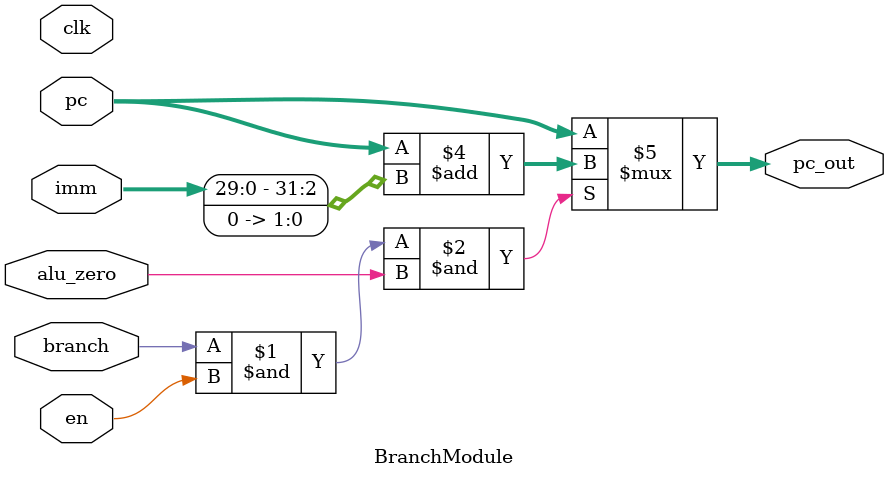
<source format=v>
`timescale 1ns / 1ps

module BranchModule(
input clk,
input en,
input branch,
input alu_zero,
input [31:0] imm,
input [31:0] pc,
output [31:0] pc_out
);

assign pc_out = (branch & en & alu_zero)? pc + (imm << 2): pc;

endmodule

</source>
